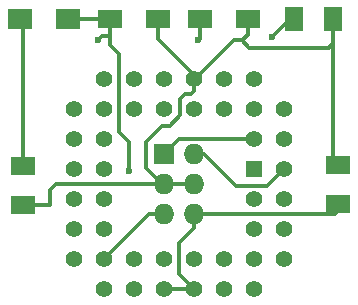
<source format=gtl>
%TF.GenerationSoftware,KiCad,Pcbnew,4.0.2+dfsg1-stable*%
%TF.CreationDate,2018-11-13T01:00:21+01:00*%
%TF.ProjectId,A1200MPU-Adapter,41313230304D50552D41646170746572,rev?*%
%TF.FileFunction,Copper,L1,Top,Signal*%
%FSLAX46Y46*%
G04 Gerber Fmt 4.6, Leading zero omitted, Abs format (unit mm)*
G04 Created by KiCad (PCBNEW 4.0.2+dfsg1-stable) date Tue 13 Nov 2018 01:00:21 CET*
%MOMM*%
G01*
G04 APERTURE LIST*
%ADD10C,0.100000*%
%ADD11R,1.397000X1.397000*%
%ADD12C,1.397000*%
%ADD13R,2.000000X1.700000*%
%ADD14R,1.727200X1.727200*%
%ADD15O,1.727200X1.727200*%
%ADD16R,2.032000X1.524000*%
%ADD17R,2.000000X1.600000*%
%ADD18R,1.524000X2.032000*%
%ADD19C,0.600000*%
%ADD20C,0.300000*%
G04 APERTURE END LIST*
D10*
D11*
X153670000Y-102870000D03*
D12*
X156210000Y-105410000D03*
X153670000Y-105410000D03*
X156210000Y-107950000D03*
X153670000Y-107950000D03*
X156210000Y-110490000D03*
X153670000Y-113030000D03*
X153670000Y-110490000D03*
X151130000Y-113030000D03*
X151130000Y-110490000D03*
X148590000Y-113030000D03*
X148590000Y-110490000D03*
X146050000Y-113030000D03*
X146050000Y-110490000D03*
X143510000Y-113030000D03*
X143510000Y-110490000D03*
X140970000Y-113030000D03*
X138430000Y-110490000D03*
X140970000Y-110490000D03*
X138430000Y-107950000D03*
X140970000Y-107950000D03*
X138430000Y-105410000D03*
X140970000Y-105410000D03*
X138430000Y-102870000D03*
X140970000Y-102870000D03*
X138430000Y-100330000D03*
X140970000Y-100330000D03*
X138430000Y-97790000D03*
X140970000Y-95250000D03*
X140970000Y-97790000D03*
X143510000Y-95250000D03*
X143510000Y-97790000D03*
X146050000Y-95250000D03*
X146050000Y-97790000D03*
X148590000Y-95250000D03*
X148590000Y-97790000D03*
X151130000Y-95250000D03*
X151130000Y-97790000D03*
X153670000Y-95250000D03*
X156210000Y-97790000D03*
X153670000Y-97790000D03*
X156210000Y-100330000D03*
X153670000Y-100330000D03*
X156210000Y-102870000D03*
D13*
X133890000Y-90170000D03*
X137890000Y-90170000D03*
D14*
X146050000Y-101600000D03*
D15*
X148590000Y-101600000D03*
X146050000Y-104140000D03*
X148590000Y-104140000D03*
X146050000Y-106680000D03*
X148590000Y-106680000D03*
D16*
X134112000Y-105918000D03*
X134112000Y-102616000D03*
D17*
X149130000Y-90170000D03*
X153130000Y-90170000D03*
X141510000Y-90170000D03*
X145510000Y-90170000D03*
D18*
X157099000Y-90170000D03*
X160401000Y-90170000D03*
D16*
X160782000Y-105791000D03*
X160782000Y-102489000D03*
D19*
X140462000Y-91948000D03*
X155194000Y-91694000D03*
X148971000Y-91948000D03*
X143129000Y-102997000D03*
D20*
X140843000Y-91567000D02*
X141510000Y-91567000D01*
X140462000Y-91948000D02*
X140843000Y-91567000D01*
X157099000Y-90170000D02*
X156718000Y-90170000D01*
X156718000Y-90170000D02*
X155194000Y-91694000D01*
X148971000Y-91948000D02*
X149130000Y-91789000D01*
X149130000Y-91789000D02*
X149130000Y-90170000D01*
X141510000Y-90170000D02*
X141510000Y-91567000D01*
X141510000Y-91567000D02*
X141510000Y-92361000D01*
X141510000Y-92361000D02*
X142240000Y-93091000D01*
X142240000Y-93091000D02*
X142240000Y-99695000D01*
X142240000Y-99695000D02*
X143129000Y-100584000D01*
X143129000Y-100584000D02*
X143129000Y-102997000D01*
X137890000Y-90170000D02*
X141510000Y-90170000D01*
X148590000Y-113030000D02*
X147320000Y-111760000D01*
X148590000Y-107823000D02*
X148590000Y-106680000D01*
X147320000Y-109093000D02*
X148590000Y-107823000D01*
X147320000Y-111760000D02*
X147320000Y-109093000D01*
X146050000Y-113030000D02*
X148590000Y-113030000D01*
X148590000Y-106680000D02*
X160528000Y-106680000D01*
X160528000Y-106680000D02*
X160782000Y-106426000D01*
X160782000Y-106426000D02*
X160782000Y-105791000D01*
X160401000Y-90170000D02*
X160401000Y-102108000D01*
X160401000Y-102108000D02*
X160782000Y-102489000D01*
X160401000Y-90170000D02*
X160401000Y-92202000D01*
X153289000Y-92583000D02*
X152654000Y-91948000D01*
X160020000Y-92583000D02*
X153289000Y-92583000D01*
X160401000Y-92202000D02*
X160020000Y-92583000D01*
X148590000Y-95250000D02*
X148717000Y-95250000D01*
X148717000Y-95250000D02*
X152019000Y-91948000D01*
X153130000Y-91472000D02*
X153130000Y-90170000D01*
X152654000Y-91948000D02*
X153130000Y-91472000D01*
X152019000Y-91948000D02*
X152654000Y-91948000D01*
X148590000Y-95250000D02*
X148590000Y-94869000D01*
X148590000Y-94869000D02*
X145510000Y-91789000D01*
X145510000Y-91789000D02*
X145510000Y-90170000D01*
X146050000Y-104140000D02*
X145923000Y-104140000D01*
X145923000Y-104140000D02*
X144526000Y-102743000D01*
X148590000Y-96266000D02*
X148590000Y-95250000D01*
X148336000Y-96520000D02*
X148590000Y-96266000D01*
X147828000Y-96520000D02*
X148336000Y-96520000D01*
X147447000Y-96901000D02*
X147828000Y-96520000D01*
X147447000Y-98298000D02*
X147447000Y-96901000D01*
X146558000Y-99187000D02*
X147447000Y-98298000D01*
X145923000Y-99187000D02*
X146558000Y-99187000D01*
X144526000Y-100584000D02*
X145923000Y-99187000D01*
X144526000Y-102743000D02*
X144526000Y-100584000D01*
X148590000Y-104140000D02*
X146050000Y-104140000D01*
X146050000Y-104140000D02*
X136906000Y-104140000D01*
X136906000Y-104140000D02*
X136398000Y-104648000D01*
X136398000Y-104648000D02*
X136398000Y-105918000D01*
X136398000Y-105918000D02*
X134112000Y-105918000D01*
X134112000Y-102616000D02*
X134112000Y-90392000D01*
X134112000Y-90392000D02*
X133890000Y-90170000D01*
X153670000Y-100330000D02*
X147320000Y-100330000D01*
X147320000Y-100330000D02*
X146050000Y-101600000D01*
X148590000Y-101600000D02*
X149479000Y-101600000D01*
X154813000Y-104267000D02*
X156210000Y-102870000D01*
X152146000Y-104267000D02*
X154813000Y-104267000D01*
X149479000Y-101600000D02*
X152146000Y-104267000D01*
X146050000Y-106680000D02*
X144780000Y-106680000D01*
X144780000Y-106680000D02*
X140970000Y-110490000D01*
M02*

</source>
